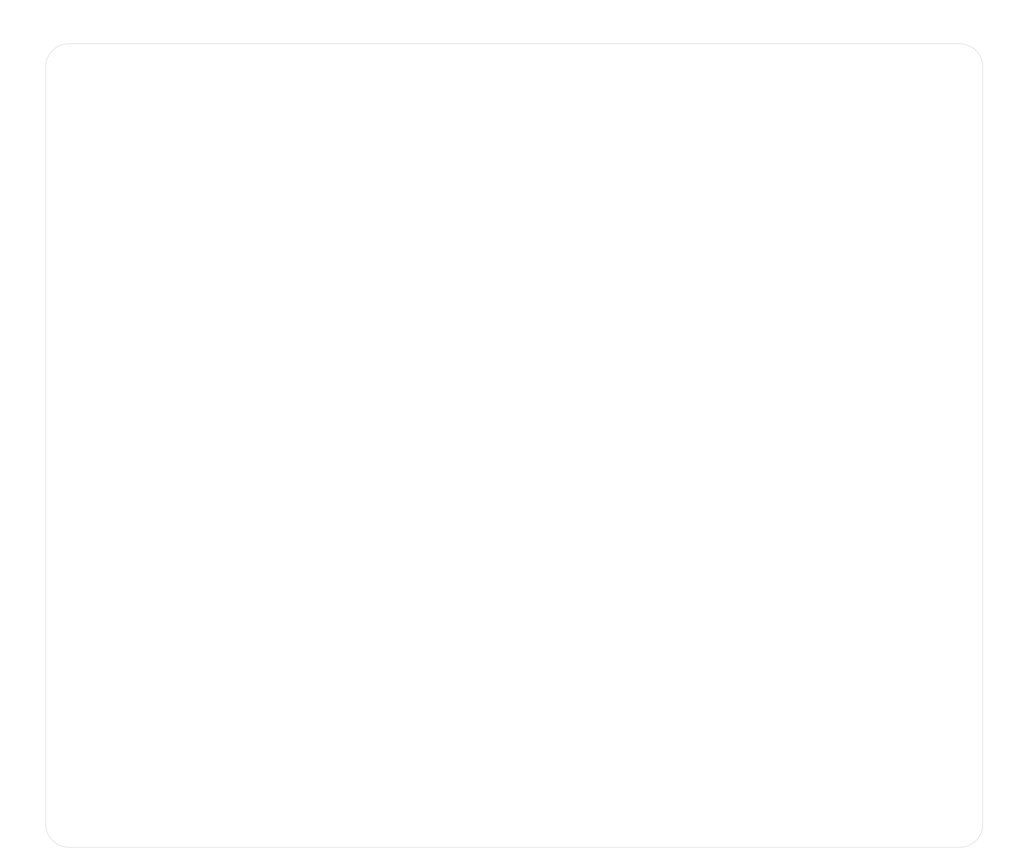
<source format=kicad_pcb>
(kicad_pcb (version 20171130) (host pcbnew "(5.1.9-0-10_14)")

  (general
    (thickness 1.6)
    (drawings 37)
    (tracks 0)
    (zones 0)
    (modules 10)
    (nets 1)
  )

  (page USLetter)
  (title_block
    (title "Turtle16: Main Board")
    (date 2021-06-22)
    (rev "B (cb021f9a)")
    (comment 4 "Main board of the Turtle16 sixteen-bit microcomputer")
  )

  (layers
    (0 F.Cu signal)
    (31 B.Cu signal)
    (32 B.Adhes user)
    (33 F.Adhes user)
    (34 B.Paste user)
    (35 F.Paste user)
    (36 B.SilkS user)
    (37 F.SilkS user)
    (38 B.Mask user)
    (39 F.Mask user)
    (40 Dwgs.User user)
    (41 Cmts.User user)
    (42 Eco1.User user)
    (43 Eco2.User user)
    (44 Edge.Cuts user)
    (45 Margin user)
    (46 B.CrtYd user)
    (47 F.CrtYd user)
    (48 B.Fab user)
    (49 F.Fab user)
  )

  (setup
    (last_trace_width 0.1524)
    (user_trace_width 0.3048)
    (trace_clearance 0.1524)
    (zone_clearance 0.1524)
    (zone_45_only no)
    (trace_min 0.1524)
    (via_size 0.65)
    (via_drill 0.3)
    (via_min_size 0.4)
    (via_min_drill 0.2)
    (uvia_size 0.452399)
    (uvia_drill 0.299999)
    (uvias_allowed no)
    (uvia_min_size 0.452399)
    (uvia_min_drill 0.299999)
    (edge_width 0.1)
    (segment_width 0.2)
    (pcb_text_width 0.3)
    (pcb_text_size 1.5 1.5)
    (mod_edge_width 0.15)
    (mod_text_size 1 1)
    (mod_text_width 0.15)
    (pad_size 6.4 6.4)
    (pad_drill 3.200001)
    (pad_to_mask_clearance 0)
    (aux_axis_origin 0 0)
    (grid_origin 30.41 22.24)
    (visible_elements FFFFF77F)
    (pcbplotparams
      (layerselection 0x010fc_ffffffff)
      (usegerberextensions false)
      (usegerberattributes false)
      (usegerberadvancedattributes false)
      (creategerberjobfile false)
      (excludeedgelayer true)
      (linewidth 0.100000)
      (plotframeref false)
      (viasonmask false)
      (mode 1)
      (useauxorigin false)
      (hpglpennumber 1)
      (hpglpenspeed 20)
      (hpglpendiameter 15.000000)
      (psnegative false)
      (psa4output false)
      (plotreference true)
      (plotvalue true)
      (plotinvisibletext false)
      (padsonsilk false)
      (subtractmaskfromsilk false)
      (outputformat 1)
      (mirror false)
      (drillshape 0)
      (scaleselection 1)
      (outputdirectory "../Generated/MiniITXAdapterPlate/"))
  )

  (net 0 "")

  (net_class Default "This is the default net class."
    (clearance 0.1524)
    (trace_width 0.1524)
    (via_dia 0.65)
    (via_drill 0.3)
    (uvia_dia 0.452399)
    (uvia_drill 0.299999)
  )

  (module MountingHole:MountingHole_3.2mm_M3 (layer F.Cu) (tedit 56D1B4CB) (tstamp 6166B902)
    (at 147.885 193.69)
    (descr "Mounting Hole 3.2mm, no annular, M3")
    (tags "mounting hole 3.2mm no annular m3")
    (attr virtual)
    (fp_text reference REF** (at 0 -4.2) (layer F.SilkS) hide
      (effects (font (size 1 1) (thickness 0.15)))
    )
    (fp_text value MountingHole_3.2mm_M3 (at 0 4.2) (layer F.Fab)
      (effects (font (size 1 1) (thickness 0.15)))
    )
    (fp_circle (center 0 0) (end 3.45 0) (layer F.CrtYd) (width 0.05))
    (fp_circle (center 0 0) (end 3.2 0) (layer Cmts.User) (width 0.15))
    (fp_text user %R (at 0.3 0) (layer F.Fab)
      (effects (font (size 1 1) (thickness 0.15)))
    )
    (pad 1 np_thru_hole circle (at 0 0) (size 3.2 3.2) (drill 3.2) (layers *.Cu *.Mask))
  )

  (module MountingHole:MountingHole_3.2mm_M3 (layer F.Cu) (tedit 56D1B4CB) (tstamp 6166B902)
    (at 43.11 193.69)
    (descr "Mounting Hole 3.2mm, no annular, M3")
    (tags "mounting hole 3.2mm no annular m3")
    (attr virtual)
    (fp_text reference REF** (at 0 -4.2) (layer F.SilkS) hide
      (effects (font (size 1 1) (thickness 0.15)))
    )
    (fp_text value MountingHole_3.2mm_M3 (at 0 4.2) (layer F.Fab)
      (effects (font (size 1 1) (thickness 0.15)))
    )
    (fp_circle (center 0 0) (end 3.45 0) (layer F.CrtYd) (width 0.05))
    (fp_circle (center 0 0) (end 3.2 0) (layer Cmts.User) (width 0.15))
    (fp_text user %R (at 0.3 0) (layer F.Fab)
      (effects (font (size 1 1) (thickness 0.15)))
    )
    (pad 1 np_thru_hole circle (at 0 0) (size 3.2 3.2) (drill 3.2) (layers *.Cu *.Mask))
  )

  (module MountingHole:MountingHole_3.2mm_M3 (layer F.Cu) (tedit 56D1B4CB) (tstamp 6166B902)
    (at 231.07 193.69)
    (descr "Mounting Hole 3.2mm, no annular, M3")
    (tags "mounting hole 3.2mm no annular m3")
    (attr virtual)
    (fp_text reference REF** (at 0 -4.2) (layer F.SilkS) hide
      (effects (font (size 1 1) (thickness 0.15)))
    )
    (fp_text value MountingHole_3.2mm_M3 (at 0 4.2) (layer F.Fab)
      (effects (font (size 1 1) (thickness 0.15)))
    )
    (fp_circle (center 0 0) (end 3.45 0) (layer F.CrtYd) (width 0.05))
    (fp_circle (center 0 0) (end 3.2 0) (layer Cmts.User) (width 0.15))
    (fp_text user %R (at 0.3 0) (layer F.Fab)
      (effects (font (size 1 1) (thickness 0.15)))
    )
    (pad 1 np_thru_hole circle (at 0 0) (size 3.2 3.2) (drill 3.2) (layers *.Cu *.Mask))
  )

  (module MountingHole:MountingHole_3.2mm_M3 (layer F.Cu) (tedit 56D1B4CB) (tstamp 6166B902)
    (at 231.07 27.32)
    (descr "Mounting Hole 3.2mm, no annular, M3")
    (tags "mounting hole 3.2mm no annular m3")
    (attr virtual)
    (fp_text reference REF** (at 0 -4.2) (layer F.SilkS) hide
      (effects (font (size 1 1) (thickness 0.15)))
    )
    (fp_text value MountingHole_3.2mm_M3 (at 0 4.2) (layer F.Fab)
      (effects (font (size 1 1) (thickness 0.15)))
    )
    (fp_circle (center 0 0) (end 3.45 0) (layer F.CrtYd) (width 0.05))
    (fp_circle (center 0 0) (end 3.2 0) (layer Cmts.User) (width 0.15))
    (fp_text user %R (at 0.3 0) (layer F.Fab)
      (effects (font (size 1 1) (thickness 0.15)))
    )
    (pad 1 np_thru_hole circle (at 0 0) (size 3.2 3.2) (drill 3.2) (layers *.Cu *.Mask))
  )

  (module MountingHole:MountingHole_3.2mm_M3 (layer F.Cu) (tedit 56D1B4CB) (tstamp 6166B902)
    (at 147.8 27.32)
    (descr "Mounting Hole 3.2mm, no annular, M3")
    (tags "mounting hole 3.2mm no annular m3")
    (attr virtual)
    (fp_text reference REF** (at 0 -4.2) (layer F.SilkS) hide
      (effects (font (size 1 1) (thickness 0.15)))
    )
    (fp_text value MountingHole_3.2mm_M3 (at 0 4.2) (layer F.Fab)
      (effects (font (size 1 1) (thickness 0.15)))
    )
    (fp_circle (center 0 0) (end 3.45 0) (layer F.CrtYd) (width 0.05))
    (fp_circle (center 0 0) (end 3.2 0) (layer Cmts.User) (width 0.15))
    (fp_text user %R (at 0.3 0) (layer F.Fab)
      (effects (font (size 1 1) (thickness 0.15)))
    )
    (pad 1 np_thru_hole circle (at 0 0) (size 3.2 3.2) (drill 3.2) (layers *.Cu *.Mask))
  )

  (module MountingHole:MountingHole_3.2mm_M3 (layer F.Cu) (tedit 56D1B4CB) (tstamp 61667D41)
    (at 43.11 27.32)
    (descr "Mounting Hole 3.2mm, no annular, M3")
    (tags "mounting hole 3.2mm no annular m3")
    (attr virtual)
    (fp_text reference REF** (at 0 -4.2) (layer F.SilkS) hide
      (effects (font (size 1 1) (thickness 0.15)))
    )
    (fp_text value MountingHole_3.2mm_M3 (at 0 4.2) (layer F.Fab)
      (effects (font (size 1 1) (thickness 0.15)))
    )
    (fp_circle (center 0 0) (end 3.45 0) (layer F.CrtYd) (width 0.05))
    (fp_circle (center 0 0) (end 3.2 0) (layer Cmts.User) (width 0.15))
    (fp_text user %R (at 0.3 0) (layer F.Fab)
      (effects (font (size 1 1) (thickness 0.15)))
    )
    (pad 1 np_thru_hole circle (at 0 0) (size 3.2 3.2) (drill 3.2) (layers *.Cu *.Mask))
  )

  (module MountingHole:MountingHole_4mm (layer F.Cu) (tedit 56D1B4CB) (tstamp 61667D2C)
    (at 40.57 186.07)
    (descr "Mounting Hole 4mm, no annular")
    (tags "mounting hole 4mm no annular")
    (attr virtual)
    (fp_text reference REF** (at 0 -5) (layer F.SilkS) hide
      (effects (font (size 1 1) (thickness 0.15)))
    )
    (fp_text value MountingHole_4mm (at 0 5) (layer F.Fab)
      (effects (font (size 1 1) (thickness 0.15)))
    )
    (fp_circle (center 0 0) (end 4.25 0) (layer F.CrtYd) (width 0.05))
    (fp_circle (center 0 0) (end 4 0) (layer Cmts.User) (width 0.15))
    (fp_text user %R (at 0.3 0) (layer F.Fab)
      (effects (font (size 1 1) (thickness 0.15)))
    )
    (pad 1 np_thru_hole circle (at 0 0) (size 4 4) (drill 4) (layers *.Cu *.Mask))
  )

  (module MountingHole:MountingHole_4mm (layer F.Cu) (tedit 56D1B4CB) (tstamp 61667D17)
    (at 195.51 186.07)
    (descr "Mounting Hole 4mm, no annular")
    (tags "mounting hole 4mm no annular")
    (attr virtual)
    (fp_text reference REF** (at 0 -5) (layer F.SilkS) hide
      (effects (font (size 1 1) (thickness 0.15)))
    )
    (fp_text value MountingHole_4mm (at 0 5) (layer F.Fab)
      (effects (font (size 1 1) (thickness 0.15)))
    )
    (fp_circle (center 0 0) (end 4.25 0) (layer F.CrtYd) (width 0.05))
    (fp_circle (center 0 0) (end 4 0) (layer Cmts.User) (width 0.15))
    (fp_text user %R (at 0.3 0) (layer F.Fab)
      (effects (font (size 1 1) (thickness 0.15)))
    )
    (pad 1 np_thru_hole circle (at 0 0) (size 4 4) (drill 4) (layers *.Cu *.Mask))
  )

  (module MountingHole:MountingHole_4mm (layer F.Cu) (tedit 56D1B4CB) (tstamp 61667D02)
    (at 195.51 28.59)
    (descr "Mounting Hole 4mm, no annular")
    (tags "mounting hole 4mm no annular")
    (attr virtual)
    (fp_text reference REF** (at 0 -5) (layer F.SilkS) hide
      (effects (font (size 1 1) (thickness 0.15)))
    )
    (fp_text value MountingHole_4mm (at 0 5) (layer F.Fab)
      (effects (font (size 1 1) (thickness 0.15)))
    )
    (fp_circle (center 0 0) (end 4.25 0) (layer F.CrtYd) (width 0.05))
    (fp_circle (center 0 0) (end 4 0) (layer Cmts.User) (width 0.15))
    (fp_text user %R (at 0.3 0) (layer F.Fab)
      (effects (font (size 1 1) (thickness 0.15)))
    )
    (pad 1 np_thru_hole circle (at 0 0) (size 4 4) (drill 4) (layers *.Cu *.Mask))
  )

  (module MountingHole:MountingHole_4mm (layer F.Cu) (tedit 56D1B4CB) (tstamp 61667CED)
    (at 63.43 28.59)
    (descr "Mounting Hole 4mm, no annular")
    (tags "mounting hole 4mm no annular")
    (attr virtual)
    (fp_text reference REF** (at 0 -5) (layer F.SilkS) hide
      (effects (font (size 1 1) (thickness 0.15)))
    )
    (fp_text value MountingHole_4mm (at 0 5) (layer F.Fab)
      (effects (font (size 1 1) (thickness 0.15)))
    )
    (fp_circle (center 0 0) (end 4.25 0) (layer F.CrtYd) (width 0.05))
    (fp_circle (center 0 0) (end 4 0) (layer Cmts.User) (width 0.15))
    (fp_text user %R (at 0.3 0) (layer F.Fab)
      (effects (font (size 1 1) (thickness 0.15)))
    )
    (pad 1 np_thru_hole circle (at 0 0) (size 4 4) (drill 4) (layers *.Cu *.Mask))
  )

  (dimension 6.35 (width 0.15) (layer Dwgs.User) (tstamp 61667CE2)
    (gr_text "0.2500 in" (at 198.685 173.4) (layer Dwgs.User) (tstamp 61667E44)
      (effects (font (size 1 1) (thickness 0.15)))
    )
    (feature1 (pts (xy 201.86 172.1) (xy 201.86 172.686421)))
    (feature2 (pts (xy 195.51 172.1) (xy 195.51 172.686421)))
    (crossbar (pts (xy 195.51 172.1) (xy 201.86 172.1)))
    (arrow1a (pts (xy 201.86 172.1) (xy 200.733496 172.686421)))
    (arrow1b (pts (xy 201.86 172.1) (xy 200.733496 171.513579)))
    (arrow2a (pts (xy 195.51 172.1) (xy 196.636504 172.686421)))
    (arrow2b (pts (xy 195.51 172.1) (xy 196.636504 171.513579)))
  )
  (dimension 6.35 (width 0.15) (layer Dwgs.User) (tstamp 61667CDC)
    (gr_text "0.2500 in" (at 77.37 25.415) (layer Dwgs.User) (tstamp 61667E3E)
      (effects (font (size 1 1) (thickness 0.15)))
    )
    (feature1 (pts (xy 78.67 28.59) (xy 78.083579 28.59)))
    (feature2 (pts (xy 78.67 22.24) (xy 78.083579 22.24)))
    (crossbar (pts (xy 78.67 22.24) (xy 78.67 28.59)))
    (arrow1a (pts (xy 78.67 28.59) (xy 78.083579 27.463496)))
    (arrow1b (pts (xy 78.67 28.59) (xy 79.256421 27.463496)))
    (arrow2a (pts (xy 78.67 22.24) (xy 78.083579 23.366504)))
    (arrow2b (pts (xy 78.67 22.24) (xy 79.256421 23.366504)))
  )
  (dimension 6.35 (width 0.15) (layer Dwgs.User) (tstamp 61667CD6)
    (gr_text "0.2500 in" (at 60.86 189.245) (layer Dwgs.User) (tstamp 61667E38)
      (effects (font (size 1 1) (thickness 0.15)))
    )
    (feature1 (pts (xy 62.16 192.42) (xy 61.573579 192.42)))
    (feature2 (pts (xy 62.16 186.07) (xy 61.573579 186.07)))
    (crossbar (pts (xy 62.16 186.07) (xy 62.16 192.42)))
    (arrow1a (pts (xy 62.16 192.42) (xy 61.573579 191.293496)))
    (arrow1b (pts (xy 62.16 192.42) (xy 62.746421 191.293496)))
    (arrow2a (pts (xy 62.16 186.07) (xy 61.573579 187.196504)))
    (arrow2b (pts (xy 62.16 186.07) (xy 62.746421 187.196504)))
  )
  (dimension 10.16 (width 0.15) (layer Dwgs.User) (tstamp 61667CD0)
    (gr_text "0.4000 in" (at 35.49 172.13) (layer Dwgs.User) (tstamp 61667E32)
      (effects (font (size 1 1) (thickness 0.15)))
    )
    (feature1 (pts (xy 40.57 170.83) (xy 40.57 171.416421)))
    (feature2 (pts (xy 30.41 170.83) (xy 30.41 171.416421)))
    (crossbar (pts (xy 30.41 170.83) (xy 40.57 170.83)))
    (arrow1a (pts (xy 40.57 170.83) (xy 39.443496 171.416421)))
    (arrow1b (pts (xy 40.57 170.83) (xy 39.443496 170.243579)))
    (arrow2a (pts (xy 30.41 170.83) (xy 31.536504 171.416421)))
    (arrow2b (pts (xy 30.41 170.83) (xy 31.536504 170.243579)))
  )
  (gr_line (start 236.15 174.64) (end 236.15 84.47) (layer Cmts.User) (width 0.15) (tstamp 6166563B))
  (gr_line (start 220.91 174.64) (end 236.15 174.64) (layer Cmts.User) (width 0.15))
  (gr_line (start 220.91 84.47) (end 220.91 174.64) (layer Cmts.User) (width 0.15))
  (gr_line (start 236.15 84.47) (end 220.91 84.47) (layer Cmts.User) (width 0.15))
  (gr_line (start 236.15 40.02) (end 236.15 32.4) (layer Cmts.User) (width 0.15) (tstamp 61665639))
  (gr_line (start 213.29 40.02) (end 236.15 40.02) (layer Cmts.User) (width 0.15))
  (gr_line (start 213.29 32.4) (end 213.29 40.02) (layer Cmts.User) (width 0.15))
  (gr_line (start 236.15 32.4) (end 213.29 32.4) (layer Cmts.User) (width 0.15))
  (dimension 154.94 (width 0.15) (layer Dwgs.User) (tstamp 61667D93)
    (gr_text "6.1000 in" (at 118.04 201.34) (layer Dwgs.User) (tstamp 61667EE0)
      (effects (font (size 1 1) (thickness 0.15)))
    )
    (feature1 (pts (xy 40.57 196.23) (xy 40.57 200.626421)))
    (feature2 (pts (xy 195.51 196.23) (xy 195.51 200.626421)))
    (crossbar (pts (xy 195.51 200.04) (xy 40.57 200.04)))
    (arrow1a (pts (xy 40.57 200.04) (xy 41.696504 199.453579)))
    (arrow1b (pts (xy 40.57 200.04) (xy 41.696504 200.626421)))
    (arrow2a (pts (xy 195.51 200.04) (xy 194.383496 199.453579)))
    (arrow2b (pts (xy 195.51 200.04) (xy 194.383496 200.626421)))
  )
  (gr_line (start 30.41 22.24) (end 30.41 192.42) (layer Cmts.User) (width 0.15) (tstamp 61667D8F))
  (gr_line (start 201.86 22.24) (end 30.41 22.24) (layer Cmts.User) (width 0.15) (tstamp 61667D8C))
  (gr_line (start 201.86 192.42) (end 201.86 22.24) (layer Cmts.User) (width 0.15) (tstamp 61667D89))
  (gr_line (start 30.41 192.42) (end 201.86 192.42) (layer Cmts.User) (width 0.15) (tstamp 61667D86))
  (dimension 6.35 (width 0.15) (layer Dwgs.User) (tstamp 61667D81)
    (gr_text "0.2500 in" (at 24.03 25.415 90) (layer Dwgs.User) (tstamp 61667ECE)
      (effects (font (size 1 1) (thickness 0.15)))
    )
    (feature1 (pts (xy 29.14 28.59) (xy 24.743579 28.59)))
    (feature2 (pts (xy 29.14 22.24) (xy 24.743579 22.24)))
    (crossbar (pts (xy 25.33 22.24) (xy 25.33 28.59)))
    (arrow1a (pts (xy 25.33 28.59) (xy 24.743579 27.463496)))
    (arrow1b (pts (xy 25.33 28.59) (xy 25.916421 27.463496)))
    (arrow2a (pts (xy 25.33 22.24) (xy 24.743579 23.366504)))
    (arrow2b (pts (xy 25.33 22.24) (xy 25.916421 23.366504)))
  )
  (dimension 6.35 (width 0.15) (layer Dwgs.User) (tstamp 61667D7B)
    (gr_text "0.2500 in" (at 198.685 201.34) (layer Dwgs.User) (tstamp 61667EC8)
      (effects (font (size 1 1) (thickness 0.15)))
    )
    (feature1 (pts (xy 195.51 196.23) (xy 195.51 200.626421)))
    (feature2 (pts (xy 201.86 196.23) (xy 201.86 200.626421)))
    (crossbar (pts (xy 201.86 200.04) (xy 195.51 200.04)))
    (arrow1a (pts (xy 195.51 200.04) (xy 196.636504 199.453579)))
    (arrow1b (pts (xy 195.51 200.04) (xy 196.636504 200.626421)))
    (arrow2a (pts (xy 201.86 200.04) (xy 200.733496 199.453579)))
    (arrow2b (pts (xy 201.86 200.04) (xy 200.733496 200.626421)))
  )
  (dimension 6.35 (width 0.15) (layer Dwgs.User) (tstamp 61667D75)
    (gr_text "0.2500 in" (at 24.03 189.245 90) (layer Dwgs.User) (tstamp 61667EC2)
      (effects (font (size 1 1) (thickness 0.15)))
    )
    (feature1 (pts (xy 29.14 192.42) (xy 24.743579 192.42)))
    (feature2 (pts (xy 29.14 186.07) (xy 24.743579 186.07)))
    (crossbar (pts (xy 25.33 186.07) (xy 25.33 192.42)))
    (arrow1a (pts (xy 25.33 192.42) (xy 24.743579 191.293496)))
    (arrow1b (pts (xy 25.33 192.42) (xy 25.916421 191.293496)))
    (arrow2a (pts (xy 25.33 186.07) (xy 24.743579 187.196504)))
    (arrow2b (pts (xy 25.33 186.07) (xy 25.916421 187.196504)))
  )
  (dimension 10.16 (width 0.15) (layer Dwgs.User) (tstamp 61667D6F)
    (gr_text "0.4000 in" (at 35.49 201.34) (layer Dwgs.User) (tstamp 61667EBC)
      (effects (font (size 1 1) (thickness 0.15)))
    )
    (feature1 (pts (xy 30.41 196.23) (xy 30.41 200.626421)))
    (feature2 (pts (xy 40.57 196.23) (xy 40.57 200.626421)))
    (crossbar (pts (xy 40.57 200.04) (xy 30.41 200.04)))
    (arrow1a (pts (xy 30.41 200.04) (xy 31.536504 199.453579)))
    (arrow1b (pts (xy 30.41 200.04) (xy 31.536504 200.626421)))
    (arrow2a (pts (xy 40.57 200.04) (xy 39.443496 199.453579)))
    (arrow2b (pts (xy 40.57 200.04) (xy 39.443496 200.626421)))
  )
  (gr_line (start 40.57 28.59) (end 40.57 186.07) (layer Cmts.User) (width 0.15) (tstamp 61667D6B))
  (gr_line (start 195.51 28.59) (end 40.57 28.59) (layer Cmts.User) (width 0.15) (tstamp 61667D68))
  (gr_line (start 195.51 186.07) (end 195.51 28.59) (layer Cmts.User) (width 0.15) (tstamp 61667D65))
  (gr_line (start 40.57 186.07) (end 195.51 186.07) (layer Cmts.User) (width 0.15) (tstamp 61667D62))
  (dimension 22.86 (width 0.15) (layer Dwgs.User) (tstamp 61667D5D)
    (gr_text "0.9000 in" (at 52 17.13) (layer Dwgs.User) (tstamp 61667EAA)
      (effects (font (size 1 1) (thickness 0.15)))
    )
    (feature1 (pts (xy 63.43 20.97) (xy 63.43 17.843579)))
    (feature2 (pts (xy 40.57 20.97) (xy 40.57 17.843579)))
    (crossbar (pts (xy 40.57 18.43) (xy 63.43 18.43)))
    (arrow1a (pts (xy 63.43 18.43) (xy 62.303496 19.016421)))
    (arrow1b (pts (xy 63.43 18.43) (xy 62.303496 17.843579)))
    (arrow2a (pts (xy 40.57 18.43) (xy 41.696504 19.016421)))
    (arrow2b (pts (xy 40.57 18.43) (xy 41.696504 17.843579)))
  )
  (dimension 157.48 (width 0.15) (layer Dwgs.User) (tstamp 61667D57)
    (gr_text "6.2000 in" (at 24.03 107.33 90) (layer Dwgs.User) (tstamp 61667EA4)
      (effects (font (size 1 1) (thickness 0.15)))
    )
    (feature1 (pts (xy 29.14 28.59) (xy 24.743579 28.59)))
    (feature2 (pts (xy 29.14 186.07) (xy 24.743579 186.07)))
    (crossbar (pts (xy 25.33 186.07) (xy 25.33 28.59)))
    (arrow1a (pts (xy 25.33 28.59) (xy 25.916421 29.716504)))
    (arrow1b (pts (xy 25.33 28.59) (xy 24.743579 29.716504)))
    (arrow2a (pts (xy 25.33 186.07) (xy 25.916421 184.943496)))
    (arrow2b (pts (xy 25.33 186.07) (xy 24.743579 184.943496)))
  )
  (dimension 175.895 (width 0.15) (layer Dwgs.User) (tstamp 606E8363)
    (gr_text "175.895 mm" (at 243.84 110.8075 90) (layer Dwgs.User) (tstamp 606E8363)
      (effects (font (size 1 1) (thickness 0.15)))
    )
    (feature1 (pts (xy 239.365 198.755) (xy 243.126421 198.755)))
    (feature2 (pts (xy 239.365 22.86) (xy 243.126421 22.86)))
    (crossbar (pts (xy 242.54 22.86) (xy 242.54 198.755)))
    (arrow1a (pts (xy 242.54 198.755) (xy 241.953579 197.628496)))
    (arrow1b (pts (xy 242.54 198.755) (xy 243.126421 197.628496)))
    (arrow2a (pts (xy 242.54 22.86) (xy 241.953579 23.986504)))
    (arrow2b (pts (xy 242.54 22.86) (xy 243.126421 23.986504)))
  )
  (gr_line (start 35.49 198.77) (end 231.07 198.77) (layer Edge.Cuts) (width 0.1) (tstamp 6065351B))
  (gr_line (start 30.41 27.32) (end 30.41 193.69) (layer Edge.Cuts) (width 0.1) (tstamp 60653518))
  (gr_line (start 231.07 22.24) (end 35.49 22.24) (layer Edge.Cuts) (width 0.1) (tstamp 6067EECC))
  (gr_line (start 236.15 193.69) (end 236.15 27.32) (layer Edge.Cuts) (width 0.1) (tstamp 60653512))
  (dimension 205.585 (width 0.15) (layer Dwgs.User) (tstamp 61667EFE)
    (gr_text "205.585 mm" (at 133.2025 13.32) (layer Dwgs.User) (tstamp 61667EFF)
      (effects (font (size 1 1) (thickness 0.15)))
    )
    (feature1 (pts (xy 235.995 21.463) (xy 235.995 14.033579)))
    (feature2 (pts (xy 30.41 21.463) (xy 30.41 14.033579)))
    (crossbar (pts (xy 30.41 14.62) (xy 235.995 14.62)))
    (arrow1a (pts (xy 235.995 14.62) (xy 234.868496 15.206421)))
    (arrow1b (pts (xy 235.995 14.62) (xy 234.868496 14.033579)))
    (arrow2a (pts (xy 30.41 14.62) (xy 31.536504 15.206421)))
    (arrow2b (pts (xy 30.41 14.62) (xy 31.536504 14.033579)))
  )
  (gr_arc (start 35.49 27.32) (end 35.49 22.24) (angle -90) (layer Edge.Cuts) (width 0.1) (tstamp 60653554))
  (gr_arc (start 35.49 193.69) (end 30.41 193.69) (angle -90) (layer Edge.Cuts) (width 0.1) (tstamp 606E835F))
  (gr_arc (start 231.07 193.69) (end 231.07 198.77) (angle -90) (layer Edge.Cuts) (width 0.1) (tstamp 6065354E))
  (gr_arc (start 231.07 27.32) (end 236.15 27.32) (angle -90) (layer Edge.Cuts) (width 0.1) (tstamp 6065354B))

)

</source>
